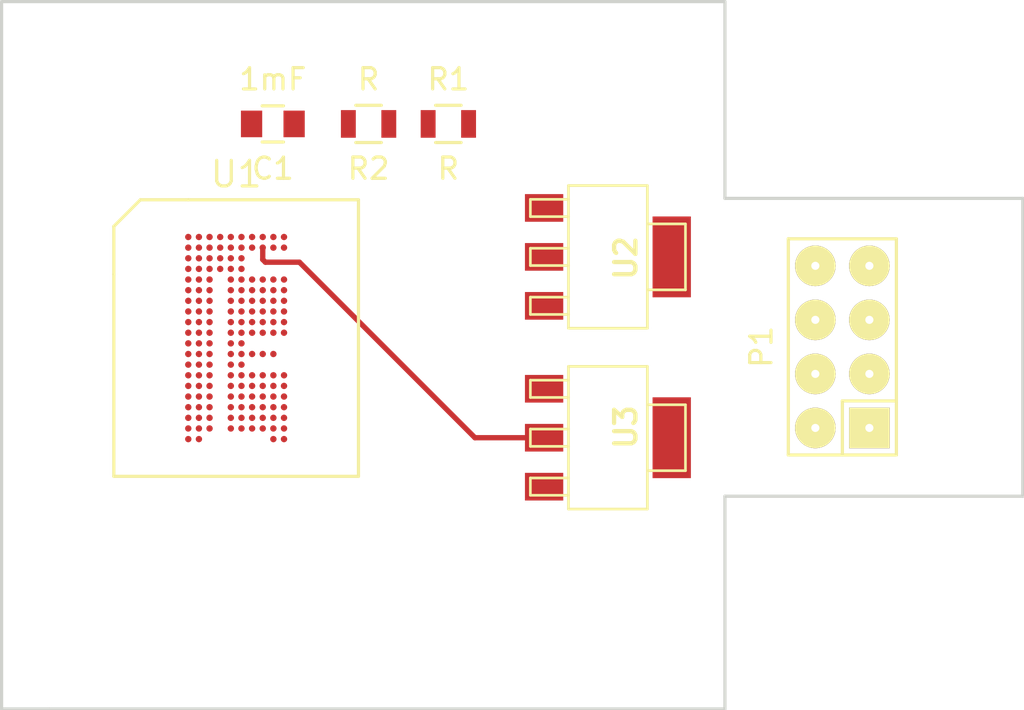
<source format=kicad_pcb>
(kicad_pcb (version 4) (host pcbnew 4.0.2-4+6225~38~ubuntu15.10.1-stable)

  (general
    (links 17)
    (no_connects 16)
    (area 152.924999 93.674999 201.075001 127.075001)
    (thickness 1.6)
    (drawings 9)
    (tracks 5)
    (zones 0)
    (modules 7)
    (nets 166)
  )

  (page A4)
  (layers
    (0 F.Cu signal)
    (31 B.Cu signal)
    (32 B.Adhes user)
    (33 F.Adhes user)
    (34 B.Paste user)
    (35 F.Paste user)
    (36 B.SilkS user)
    (37 F.SilkS user)
    (38 B.Mask user)
    (39 F.Mask user)
    (40 Dwgs.User user)
    (41 Cmts.User user)
    (42 Eco1.User user)
    (43 Eco2.User user)
    (44 Edge.Cuts user)
    (45 Margin user)
    (46 B.CrtYd user)
    (47 F.CrtYd user)
    (48 B.Fab user)
    (49 F.Fab user)
  )

  (setup
    (last_trace_width 0.25)
    (trace_clearance 0.05)
    (zone_clearance 0.508)
    (zone_45_only no)
    (trace_min 0.2)
    (segment_width 0.2)
    (edge_width 0.15)
    (via_size 0.6)
    (via_drill 0.4)
    (via_min_size 0.4)
    (via_min_drill 0.3)
    (uvia_size 0.3)
    (uvia_drill 0.1)
    (uvias_allowed no)
    (uvia_min_size 0.2)
    (uvia_min_drill 0.1)
    (pcb_text_width 0.3)
    (pcb_text_size 1.5 1.5)
    (mod_edge_width 0.15)
    (mod_text_size 1 1)
    (mod_text_width 0.15)
    (pad_size 1.905 1.905)
    (pad_drill 0.381)
    (pad_to_mask_clearance 0.2)
    (aux_axis_origin 0 0)
    (visible_elements 7FFFFFFF)
    (pcbplotparams
      (layerselection 0x00030_80000001)
      (usegerberextensions false)
      (excludeedgelayer true)
      (linewidth 0.100000)
      (plotframeref false)
      (viasonmask false)
      (mode 1)
      (useauxorigin false)
      (hpglpennumber 1)
      (hpglpenspeed 20)
      (hpglpendiameter 15)
      (hpglpenoverlay 2)
      (psnegative false)
      (psa4output false)
      (plotreference true)
      (plotvalue true)
      (plotinvisibletext false)
      (padsonsilk false)
      (subtractmaskfromsilk false)
      (outputformat 1)
      (mirror false)
      (drillshape 1)
      (scaleselection 1)
      (outputdirectory ""))
  )

  (net 0 "")
  (net 1 "Net-(U1-PadA1)")
  (net 2 "Net-(U1-PadB1)")
  (net 3 "Net-(U1-PadC1)")
  (net 4 "Net-(U1-PadD1)")
  (net 5 "Net-(U1-PadE1)")
  (net 6 "Net-(U1-PadF1)")
  (net 7 "Net-(U1-PadG1)")
  (net 8 "Net-(U1-PadH1)")
  (net 9 "Net-(U1-PadJ1)")
  (net 10 "Net-(U1-PadK1)")
  (net 11 "Net-(U1-PadL1)")
  (net 12 "Net-(U1-PadM1)")
  (net 13 "Net-(U1-PadN1)")
  (net 14 "Net-(U1-PadP1)")
  (net 15 "Net-(U1-PadR1)")
  (net 16 "Net-(U1-PadT1)")
  (net 17 "Net-(U1-PadU1)")
  (net 18 "Net-(U1-PadV1)")
  (net 19 "Net-(U1-PadW1)")
  (net 20 "Net-(U1-PadY1)")
  (net 21 "Net-(U1-PadA2)")
  (net 22 "Net-(U1-PadB2)")
  (net 23 "Net-(U1-PadC2)")
  (net 24 "Net-(U1-PadD2)")
  (net 25 "Net-(U1-PadE2)")
  (net 26 "Net-(U1-PadF2)")
  (net 27 "Net-(U1-PadG2)")
  (net 28 "Net-(U1-PadH2)")
  (net 29 "Net-(U1-PadJ2)")
  (net 30 "Net-(U1-PadK2)")
  (net 31 "Net-(U1-PadL2)")
  (net 32 "Net-(U1-PadM2)")
  (net 33 "Net-(U1-PadN2)")
  (net 34 "Net-(U1-PadP2)")
  (net 35 "Net-(U1-PadR2)")
  (net 36 "Net-(U1-PadT2)")
  (net 37 "Net-(U1-PadU2)")
  (net 38 "Net-(U1-PadV2)")
  (net 39 "Net-(U1-PadW2)")
  (net 40 "Net-(U1-PadY2)")
  (net 41 "Net-(U1-PadB3)")
  (net 42 "Net-(U1-PadC3)")
  (net 43 "Net-(U1-PadD3)")
  (net 44 "Net-(U1-PadE3)")
  (net 45 "Net-(U1-PadF3)")
  (net 46 "Net-(U1-PadG3)")
  (net 47 "Net-(U1-PadH3)")
  (net 48 "Net-(U1-PadJ3)")
  (net 49 "Net-(U1-PadK3)")
  (net 50 "Net-(U1-PadL3)")
  (net 51 "Net-(U1-PadM3)")
  (net 52 "Net-(U1-PadN3)")
  (net 53 "Net-(U1-PadP3)")
  (net 54 "Net-(U1-PadR3)")
  (net 55 "Net-(U1-PadT3)")
  (net 56 "Net-(U1-PadU3)")
  (net 57 "Net-(U1-PadV3)")
  (net 58 "Net-(U1-PadW3)")
  (net 59 "Net-(U1-PadA4)")
  (net 60 "Net-(U1-PadB4)")
  (net 61 "Net-(U1-PadC4)")
  (net 62 "Net-(U1-PadD4)")
  (net 63 "Net-(U1-PadD5)")
  (net 64 "Net-(U1-PadE5)")
  (net 65 "Net-(U1-PadF5)")
  (net 66 "Net-(U1-PadG5)")
  (net 67 "Net-(U1-PadH5)")
  (net 68 "Net-(U1-PadJ5)")
  (net 69 "Net-(U1-PadK5)")
  (net 70 "Net-(U1-PadL5)")
  (net 71 "Net-(U1-PadM5)")
  (net 72 "Net-(U1-PadN5)")
  (net 73 "Net-(U1-PadP5)")
  (net 74 "Net-(U1-PadR5)")
  (net 75 "Net-(U1-PadT5)")
  (net 76 "Net-(U1-PadU5)")
  (net 77 "Net-(U1-PadV5)")
  (net 78 "Net-(U1-PadW5)")
  (net 79 "Net-(U1-PadA6)")
  (net 80 "Net-(U1-PadB6)")
  (net 81 "Net-(U1-PadC6)")
  (net 82 "Net-(U1-PadD6)")
  (net 83 "Net-(U1-PadE6)")
  (net 84 "Net-(U1-PadF6)")
  (net 85 "Net-(U1-PadG6)")
  (net 86 "Net-(U1-PadH6)")
  (net 87 "Net-(U1-PadJ6)")
  (net 88 "Net-(U1-PadK6)")
  (net 89 "Net-(U1-PadL6)")
  (net 90 "Net-(U1-PadM6)")
  (net 91 "Net-(U1-PadN6)")
  (net 92 "Net-(U1-PadP6)")
  (net 93 "Net-(U1-PadR6)")
  (net 94 "Net-(U1-PadT6)")
  (net 95 "Net-(U1-PadU6)")
  (net 96 "Net-(U1-PadV6)")
  (net 97 "Net-(U1-PadW6)")
  (net 98 "Net-(U1-PadA7)")
  (net 99 "Net-(U1-PadB7)")
  (net 100 "Net-(U1-PadE7)")
  (net 101 "Net-(U1-PadF7)")
  (net 102 "Net-(U1-PadG7)")
  (net 103 "Net-(U1-PadH7)")
  (net 104 "Net-(U1-PadJ7)")
  (net 105 "Net-(U1-PadK7)")
  (net 106 "Net-(U1-PadM7)")
  (net 107 "Net-(U1-PadP7)")
  (net 108 "Net-(U1-PadR7)")
  (net 109 "Net-(U1-PadT7)")
  (net 110 "Net-(U1-PadU7)")
  (net 111 "Net-(U1-PadV7)")
  (net 112 "Net-(U1-PadW7)")
  (net 113 "Net-(U1-PadE8)")
  (net 114 "Net-(U1-PadF8)")
  (net 115 "Net-(U1-PadG8)")
  (net 116 "Net-(U1-PadH8)")
  (net 117 "Net-(U1-PadJ8)")
  (net 118 "Net-(U1-PadK8)")
  (net 119 "Net-(U1-PadM8)")
  (net 120 "Net-(U1-PadP8)")
  (net 121 "Net-(U1-PadR8)")
  (net 122 "Net-(U1-PadT8)")
  (net 123 "Net-(U1-PadU8)")
  (net 124 "Net-(U1-PadV8)")
  (net 125 "Net-(U1-PadW8)")
  (net 126 "Net-(U1-PadA9)")
  (net 127 "Net-(U1-PadE9)")
  (net 128 "Net-(U1-PadF9)")
  (net 129 "Net-(U1-PadG9)")
  (net 130 "Net-(U1-PadH9)")
  (net 131 "Net-(U1-PadJ9)")
  (net 132 "Net-(U1-PadK9)")
  (net 133 "Net-(U1-PadM9)")
  (net 134 "Net-(U1-PadP9)")
  (net 135 "Net-(U1-PadR9)")
  (net 136 "Net-(U1-PadT9)")
  (net 137 "Net-(U1-PadU9)")
  (net 138 "Net-(U1-PadV9)")
  (net 139 "Net-(U1-PadW9)")
  (net 140 "Net-(U1-PadY9)")
  (net 141 "Net-(U1-PadA10)")
  (net 142 "Net-(U1-PadB10)")
  (net 143 "Net-(U1-PadE10)")
  (net 144 "Net-(U1-PadF10)")
  (net 145 "Net-(U1-PadG10)")
  (net 146 "Net-(U1-PadH10)")
  (net 147 "Net-(U1-PadJ10)")
  (net 148 "Net-(U1-PadK10)")
  (net 149 "Net-(U1-PadP10)")
  (net 150 "Net-(U1-PadR10)")
  (net 151 "Net-(U1-PadT10)")
  (net 152 "Net-(U1-PadU10)")
  (net 153 "Net-(U1-PadV10)")
  (net 154 "Net-(U1-PadW10)")
  (net 155 "Net-(U1-PadY10)")
  (net 156 GND)
  (net 157 "Net-(C1-Pad2)")
  (net 158 /CLK)
  (net 159 /CMD)
  (net 160 /1.8V)
  (net 161 /DATA0)
  (net 162 /3.3V)
  (net 163 "Net-(P1-Pad2)")
  (net 164 "Net-(P1-Pad1)")
  (net 165 "Net-(P1-Pad3)")

  (net_class Default "This is the default net class."
    (clearance 0.05)
    (trace_width 0.25)
    (via_dia 0.6)
    (via_drill 0.4)
    (uvia_dia 0.3)
    (uvia_drill 0.1)
    (add_net /1.8V)
    (add_net /3.3V)
    (add_net /CLK)
    (add_net /CMD)
    (add_net /DATA0)
    (add_net GND)
    (add_net "Net-(C1-Pad2)")
    (add_net "Net-(P1-Pad1)")
    (add_net "Net-(P1-Pad2)")
    (add_net "Net-(P1-Pad3)")
    (add_net "Net-(U1-PadA1)")
    (add_net "Net-(U1-PadA10)")
    (add_net "Net-(U1-PadA2)")
    (add_net "Net-(U1-PadA4)")
    (add_net "Net-(U1-PadA6)")
    (add_net "Net-(U1-PadA7)")
    (add_net "Net-(U1-PadA9)")
    (add_net "Net-(U1-PadB1)")
    (add_net "Net-(U1-PadB10)")
    (add_net "Net-(U1-PadB2)")
    (add_net "Net-(U1-PadB3)")
    (add_net "Net-(U1-PadB4)")
    (add_net "Net-(U1-PadB6)")
    (add_net "Net-(U1-PadB7)")
    (add_net "Net-(U1-PadC1)")
    (add_net "Net-(U1-PadC2)")
    (add_net "Net-(U1-PadC3)")
    (add_net "Net-(U1-PadC4)")
    (add_net "Net-(U1-PadC6)")
    (add_net "Net-(U1-PadD1)")
    (add_net "Net-(U1-PadD2)")
    (add_net "Net-(U1-PadD3)")
    (add_net "Net-(U1-PadD4)")
    (add_net "Net-(U1-PadD5)")
    (add_net "Net-(U1-PadD6)")
    (add_net "Net-(U1-PadE1)")
    (add_net "Net-(U1-PadE10)")
    (add_net "Net-(U1-PadE2)")
    (add_net "Net-(U1-PadE3)")
    (add_net "Net-(U1-PadE5)")
    (add_net "Net-(U1-PadE6)")
    (add_net "Net-(U1-PadE7)")
    (add_net "Net-(U1-PadE8)")
    (add_net "Net-(U1-PadE9)")
    (add_net "Net-(U1-PadF1)")
    (add_net "Net-(U1-PadF10)")
    (add_net "Net-(U1-PadF2)")
    (add_net "Net-(U1-PadF3)")
    (add_net "Net-(U1-PadF5)")
    (add_net "Net-(U1-PadF6)")
    (add_net "Net-(U1-PadF7)")
    (add_net "Net-(U1-PadF8)")
    (add_net "Net-(U1-PadF9)")
    (add_net "Net-(U1-PadG1)")
    (add_net "Net-(U1-PadG10)")
    (add_net "Net-(U1-PadG2)")
    (add_net "Net-(U1-PadG3)")
    (add_net "Net-(U1-PadG5)")
    (add_net "Net-(U1-PadG6)")
    (add_net "Net-(U1-PadG7)")
    (add_net "Net-(U1-PadG8)")
    (add_net "Net-(U1-PadG9)")
    (add_net "Net-(U1-PadH1)")
    (add_net "Net-(U1-PadH10)")
    (add_net "Net-(U1-PadH2)")
    (add_net "Net-(U1-PadH3)")
    (add_net "Net-(U1-PadH5)")
    (add_net "Net-(U1-PadH6)")
    (add_net "Net-(U1-PadH7)")
    (add_net "Net-(U1-PadH8)")
    (add_net "Net-(U1-PadH9)")
    (add_net "Net-(U1-PadJ1)")
    (add_net "Net-(U1-PadJ10)")
    (add_net "Net-(U1-PadJ2)")
    (add_net "Net-(U1-PadJ3)")
    (add_net "Net-(U1-PadJ5)")
    (add_net "Net-(U1-PadJ6)")
    (add_net "Net-(U1-PadJ7)")
    (add_net "Net-(U1-PadJ8)")
    (add_net "Net-(U1-PadJ9)")
    (add_net "Net-(U1-PadK1)")
    (add_net "Net-(U1-PadK10)")
    (add_net "Net-(U1-PadK2)")
    (add_net "Net-(U1-PadK3)")
    (add_net "Net-(U1-PadK5)")
    (add_net "Net-(U1-PadK6)")
    (add_net "Net-(U1-PadK7)")
    (add_net "Net-(U1-PadK8)")
    (add_net "Net-(U1-PadK9)")
    (add_net "Net-(U1-PadL1)")
    (add_net "Net-(U1-PadL2)")
    (add_net "Net-(U1-PadL3)")
    (add_net "Net-(U1-PadL5)")
    (add_net "Net-(U1-PadL6)")
    (add_net "Net-(U1-PadM1)")
    (add_net "Net-(U1-PadM2)")
    (add_net "Net-(U1-PadM3)")
    (add_net "Net-(U1-PadM5)")
    (add_net "Net-(U1-PadM6)")
    (add_net "Net-(U1-PadM7)")
    (add_net "Net-(U1-PadM8)")
    (add_net "Net-(U1-PadM9)")
    (add_net "Net-(U1-PadN1)")
    (add_net "Net-(U1-PadN2)")
    (add_net "Net-(U1-PadN3)")
    (add_net "Net-(U1-PadN5)")
    (add_net "Net-(U1-PadN6)")
    (add_net "Net-(U1-PadP1)")
    (add_net "Net-(U1-PadP10)")
    (add_net "Net-(U1-PadP2)")
    (add_net "Net-(U1-PadP3)")
    (add_net "Net-(U1-PadP5)")
    (add_net "Net-(U1-PadP6)")
    (add_net "Net-(U1-PadP7)")
    (add_net "Net-(U1-PadP8)")
    (add_net "Net-(U1-PadP9)")
    (add_net "Net-(U1-PadR1)")
    (add_net "Net-(U1-PadR10)")
    (add_net "Net-(U1-PadR2)")
    (add_net "Net-(U1-PadR3)")
    (add_net "Net-(U1-PadR5)")
    (add_net "Net-(U1-PadR6)")
    (add_net "Net-(U1-PadR7)")
    (add_net "Net-(U1-PadR8)")
    (add_net "Net-(U1-PadR9)")
    (add_net "Net-(U1-PadT1)")
    (add_net "Net-(U1-PadT10)")
    (add_net "Net-(U1-PadT2)")
    (add_net "Net-(U1-PadT3)")
    (add_net "Net-(U1-PadT5)")
    (add_net "Net-(U1-PadT6)")
    (add_net "Net-(U1-PadT7)")
    (add_net "Net-(U1-PadT8)")
    (add_net "Net-(U1-PadT9)")
    (add_net "Net-(U1-PadU1)")
    (add_net "Net-(U1-PadU10)")
    (add_net "Net-(U1-PadU2)")
    (add_net "Net-(U1-PadU3)")
    (add_net "Net-(U1-PadU5)")
    (add_net "Net-(U1-PadU6)")
    (add_net "Net-(U1-PadU7)")
    (add_net "Net-(U1-PadU8)")
    (add_net "Net-(U1-PadU9)")
    (add_net "Net-(U1-PadV1)")
    (add_net "Net-(U1-PadV10)")
    (add_net "Net-(U1-PadV2)")
    (add_net "Net-(U1-PadV3)")
    (add_net "Net-(U1-PadV5)")
    (add_net "Net-(U1-PadV6)")
    (add_net "Net-(U1-PadV7)")
    (add_net "Net-(U1-PadV8)")
    (add_net "Net-(U1-PadV9)")
    (add_net "Net-(U1-PadW1)")
    (add_net "Net-(U1-PadW10)")
    (add_net "Net-(U1-PadW2)")
    (add_net "Net-(U1-PadW3)")
    (add_net "Net-(U1-PadW5)")
    (add_net "Net-(U1-PadW6)")
    (add_net "Net-(U1-PadW7)")
    (add_net "Net-(U1-PadW8)")
    (add_net "Net-(U1-PadW9)")
    (add_net "Net-(U1-PadY1)")
    (add_net "Net-(U1-PadY10)")
    (add_net "Net-(U1-PadY2)")
    (add_net "Net-(U1-PadY9)")
  )

  (module bga:BGA_162 (layer F.Cu) (tedit 56CD631F) (tstamp 56D4AAEB)
    (at 164.025001 109.565)
    (path /56D5039B)
    (fp_text reference U1 (at 0 -7.7) (layer F.SilkS)
      (effects (font (size 1.2 1.2) (thickness 0.15)))
    )
    (fp_text value KMKJS000VM (at 0 7.7) (layer F.Fab)
      (effects (font (size 1.2 1.2) (thickness 0.15)))
    )
    (fp_line (start -5.75 -3) (end -5.75 -5.25) (layer F.SilkS) (width 0.15))
    (fp_line (start -5.75 -5.25) (end -4.5 -6.5) (layer F.SilkS) (width 0.15))
    (fp_line (start -4.5 -6.5) (end -2.25 -6.5) (layer F.SilkS) (width 0.15))
    (fp_line (start -5.75 -3) (end -5.75 6.5) (layer F.SilkS) (width 0.15))
    (fp_line (start -5.75 6.5) (end 5.75 6.5) (layer F.SilkS) (width 0.15))
    (fp_line (start 5.75 6.5) (end 5.75 -6.5) (layer F.SilkS) (width 0.15))
    (fp_line (start 5.75 -6.5) (end -2.25 -6.5) (layer F.SilkS) (width 0.15))
    (fp_line (start -5.9 -6.65) (end 5.9 -6.65) (layer F.CrtYd) (width 0.15))
    (fp_line (start 5.9 -6.65) (end 5.9 6.65) (layer F.CrtYd) (width 0.15))
    (fp_line (start 5.9 6.65) (end -5.9 6.65) (layer F.CrtYd) (width 0.15))
    (fp_line (start -5.9 6.65) (end -5.9 -6.65) (layer F.CrtYd) (width 0.15))
    (pad A1 smd circle (at -2.25 -4.75) (size 0.3 0.3) (layers F.Cu F.Paste F.Mask)
      (net 1 "Net-(U1-PadA1)"))
    (pad B1 smd circle (at -2.25 -4.25) (size 0.3 0.3) (layers F.Cu F.Paste F.Mask)
      (net 2 "Net-(U1-PadB1)"))
    (pad C1 smd circle (at -2.25 -3.75) (size 0.3 0.3) (layers F.Cu F.Paste F.Mask)
      (net 3 "Net-(U1-PadC1)"))
    (pad D1 smd circle (at -2.25 -3.25) (size 0.3 0.3) (layers F.Cu F.Paste F.Mask)
      (net 4 "Net-(U1-PadD1)"))
    (pad E1 smd circle (at -2.25 -2.75) (size 0.3 0.3) (layers F.Cu F.Paste F.Mask)
      (net 5 "Net-(U1-PadE1)"))
    (pad F1 smd circle (at -2.25 -2.25) (size 0.3 0.3) (layers F.Cu F.Paste F.Mask)
      (net 6 "Net-(U1-PadF1)"))
    (pad G1 smd circle (at -2.25 -1.75) (size 0.3 0.3) (layers F.Cu F.Paste F.Mask)
      (net 7 "Net-(U1-PadG1)"))
    (pad H1 smd circle (at -2.25 -1.25) (size 0.3 0.3) (layers F.Cu F.Paste F.Mask)
      (net 8 "Net-(U1-PadH1)"))
    (pad J1 smd circle (at -2.25 -0.75) (size 0.3 0.3) (layers F.Cu F.Paste F.Mask)
      (net 9 "Net-(U1-PadJ1)"))
    (pad K1 smd circle (at -2.25 -0.25) (size 0.3 0.3) (layers F.Cu F.Paste F.Mask)
      (net 10 "Net-(U1-PadK1)"))
    (pad L1 smd circle (at -2.25 0.25) (size 0.3 0.3) (layers F.Cu F.Paste F.Mask)
      (net 11 "Net-(U1-PadL1)"))
    (pad M1 smd circle (at -2.25 0.75) (size 0.3 0.3) (layers F.Cu F.Paste F.Mask)
      (net 12 "Net-(U1-PadM1)"))
    (pad N1 smd circle (at -2.25 1.25) (size 0.3 0.3) (layers F.Cu F.Paste F.Mask)
      (net 13 "Net-(U1-PadN1)"))
    (pad P1 smd circle (at -2.25 1.75) (size 0.3 0.3) (layers F.Cu F.Paste F.Mask)
      (net 14 "Net-(U1-PadP1)"))
    (pad R1 smd circle (at -2.25 2.25) (size 0.3 0.3) (layers F.Cu F.Paste F.Mask)
      (net 15 "Net-(U1-PadR1)"))
    (pad T1 smd circle (at -2.25 2.75) (size 0.3 0.3) (layers F.Cu F.Paste F.Mask)
      (net 16 "Net-(U1-PadT1)"))
    (pad U1 smd circle (at -2.25 3.25) (size 0.3 0.3) (layers F.Cu F.Paste F.Mask)
      (net 17 "Net-(U1-PadU1)"))
    (pad V1 smd circle (at -2.25 3.75) (size 0.3 0.3) (layers F.Cu F.Paste F.Mask)
      (net 18 "Net-(U1-PadV1)"))
    (pad W1 smd circle (at -2.25 4.25) (size 0.3 0.3) (layers F.Cu F.Paste F.Mask)
      (net 19 "Net-(U1-PadW1)"))
    (pad Y1 smd circle (at -2.25 4.75) (size 0.3 0.3) (layers F.Cu F.Paste F.Mask)
      (net 20 "Net-(U1-PadY1)"))
    (pad A2 smd circle (at -1.75 -4.75) (size 0.3 0.3) (layers F.Cu F.Paste F.Mask)
      (net 21 "Net-(U1-PadA2)"))
    (pad B2 smd circle (at -1.75 -4.25) (size 0.3 0.3) (layers F.Cu F.Paste F.Mask)
      (net 22 "Net-(U1-PadB2)"))
    (pad C2 smd circle (at -1.75 -3.75) (size 0.3 0.3) (layers F.Cu F.Paste F.Mask)
      (net 23 "Net-(U1-PadC2)"))
    (pad D2 smd circle (at -1.75 -3.25) (size 0.3 0.3) (layers F.Cu F.Paste F.Mask)
      (net 24 "Net-(U1-PadD2)"))
    (pad E2 smd circle (at -1.75 -2.75) (size 0.3 0.3) (layers F.Cu F.Paste F.Mask)
      (net 25 "Net-(U1-PadE2)"))
    (pad F2 smd circle (at -1.75 -2.25) (size 0.3 0.3) (layers F.Cu F.Paste F.Mask)
      (net 26 "Net-(U1-PadF2)"))
    (pad G2 smd circle (at -1.75 -1.75) (size 0.3 0.3) (layers F.Cu F.Paste F.Mask)
      (net 27 "Net-(U1-PadG2)"))
    (pad H2 smd circle (at -1.75 -1.25) (size 0.3 0.3) (layers F.Cu F.Paste F.Mask)
      (net 28 "Net-(U1-PadH2)"))
    (pad J2 smd circle (at -1.75 -0.75) (size 0.3 0.3) (layers F.Cu F.Paste F.Mask)
      (net 29 "Net-(U1-PadJ2)"))
    (pad K2 smd circle (at -1.75 -0.25) (size 0.3 0.3) (layers F.Cu F.Paste F.Mask)
      (net 30 "Net-(U1-PadK2)"))
    (pad L2 smd circle (at -1.75 0.25) (size 0.3 0.3) (layers F.Cu F.Paste F.Mask)
      (net 31 "Net-(U1-PadL2)"))
    (pad M2 smd circle (at -1.75 0.75) (size 0.3 0.3) (layers F.Cu F.Paste F.Mask)
      (net 32 "Net-(U1-PadM2)"))
    (pad N2 smd circle (at -1.75 1.25) (size 0.3 0.3) (layers F.Cu F.Paste F.Mask)
      (net 33 "Net-(U1-PadN2)"))
    (pad P2 smd circle (at -1.75 1.75) (size 0.3 0.3) (layers F.Cu F.Paste F.Mask)
      (net 34 "Net-(U1-PadP2)"))
    (pad R2 smd circle (at -1.75 2.25) (size 0.3 0.3) (layers F.Cu F.Paste F.Mask)
      (net 35 "Net-(U1-PadR2)"))
    (pad T2 smd circle (at -1.75 2.75) (size 0.3 0.3) (layers F.Cu F.Paste F.Mask)
      (net 36 "Net-(U1-PadT2)"))
    (pad U2 smd circle (at -1.75 3.25) (size 0.3 0.3) (layers F.Cu F.Paste F.Mask)
      (net 37 "Net-(U1-PadU2)"))
    (pad V2 smd circle (at -1.75 3.75) (size 0.3 0.3) (layers F.Cu F.Paste F.Mask)
      (net 38 "Net-(U1-PadV2)"))
    (pad W2 smd circle (at -1.75 4.25) (size 0.3 0.3) (layers F.Cu F.Paste F.Mask)
      (net 39 "Net-(U1-PadW2)"))
    (pad Y2 smd circle (at -1.75 4.75) (size 0.3 0.3) (layers F.Cu F.Paste F.Mask)
      (net 40 "Net-(U1-PadY2)"))
    (pad A3 smd circle (at -1.25 -4.75) (size 0.3 0.3) (layers F.Cu F.Paste F.Mask)
      (net 161 /DATA0))
    (pad B3 smd circle (at -1.25 -4.25) (size 0.3 0.3) (layers F.Cu F.Paste F.Mask)
      (net 41 "Net-(U1-PadB3)"))
    (pad C3 smd circle (at -1.25 -3.75) (size 0.3 0.3) (layers F.Cu F.Paste F.Mask)
      (net 42 "Net-(U1-PadC3)"))
    (pad D3 smd circle (at -1.25 -3.25) (size 0.3 0.3) (layers F.Cu F.Paste F.Mask)
      (net 43 "Net-(U1-PadD3)"))
    (pad E3 smd circle (at -1.25 -2.75) (size 0.3 0.3) (layers F.Cu F.Paste F.Mask)
      (net 44 "Net-(U1-PadE3)"))
    (pad F3 smd circle (at -1.25 -2.25) (size 0.3 0.3) (layers F.Cu F.Paste F.Mask)
      (net 45 "Net-(U1-PadF3)"))
    (pad G3 smd circle (at -1.25 -1.75) (size 0.3 0.3) (layers F.Cu F.Paste F.Mask)
      (net 46 "Net-(U1-PadG3)"))
    (pad H3 smd circle (at -1.25 -1.25) (size 0.3 0.3) (layers F.Cu F.Paste F.Mask)
      (net 47 "Net-(U1-PadH3)"))
    (pad J3 smd circle (at -1.25 -0.75) (size 0.3 0.3) (layers F.Cu F.Paste F.Mask)
      (net 48 "Net-(U1-PadJ3)"))
    (pad K3 smd circle (at -1.25 -0.25) (size 0.3 0.3) (layers F.Cu F.Paste F.Mask)
      (net 49 "Net-(U1-PadK3)"))
    (pad L3 smd circle (at -1.25 0.25) (size 0.3 0.3) (layers F.Cu F.Paste F.Mask)
      (net 50 "Net-(U1-PadL3)"))
    (pad M3 smd circle (at -1.25 0.75) (size 0.3 0.3) (layers F.Cu F.Paste F.Mask)
      (net 51 "Net-(U1-PadM3)"))
    (pad N3 smd circle (at -1.25 1.25) (size 0.3 0.3) (layers F.Cu F.Paste F.Mask)
      (net 52 "Net-(U1-PadN3)"))
    (pad P3 smd circle (at -1.25 1.75) (size 0.3 0.3) (layers F.Cu F.Paste F.Mask)
      (net 53 "Net-(U1-PadP3)"))
    (pad R3 smd circle (at -1.25 2.25) (size 0.3 0.3) (layers F.Cu F.Paste F.Mask)
      (net 54 "Net-(U1-PadR3)"))
    (pad T3 smd circle (at -1.25 2.75) (size 0.3 0.3) (layers F.Cu F.Paste F.Mask)
      (net 55 "Net-(U1-PadT3)"))
    (pad U3 smd circle (at -1.25 3.25) (size 0.3 0.3) (layers F.Cu F.Paste F.Mask)
      (net 56 "Net-(U1-PadU3)"))
    (pad V3 smd circle (at -1.25 3.75) (size 0.3 0.3) (layers F.Cu F.Paste F.Mask)
      (net 57 "Net-(U1-PadV3)"))
    (pad W3 smd circle (at -1.25 4.25) (size 0.3 0.3) (layers F.Cu F.Paste F.Mask)
      (net 58 "Net-(U1-PadW3)"))
    (pad A4 smd circle (at -0.75 -4.75) (size 0.3 0.3) (layers F.Cu F.Paste F.Mask)
      (net 59 "Net-(U1-PadA4)"))
    (pad B4 smd circle (at -0.75 -4.25) (size 0.3 0.3) (layers F.Cu F.Paste F.Mask)
      (net 60 "Net-(U1-PadB4)"))
    (pad C4 smd circle (at -0.75 -3.75) (size 0.3 0.3) (layers F.Cu F.Paste F.Mask)
      (net 61 "Net-(U1-PadC4)"))
    (pad D4 smd circle (at -0.75 -3.25) (size 0.3 0.3) (layers F.Cu F.Paste F.Mask)
      (net 62 "Net-(U1-PadD4)"))
    (pad A5 smd circle (at -0.25 -4.75) (size 0.3 0.3) (layers F.Cu F.Paste F.Mask)
      (net 157 "Net-(C1-Pad2)"))
    (pad B5 smd circle (at -0.25 -4.25) (size 0.3 0.3) (layers F.Cu F.Paste F.Mask)
      (net 158 /CLK))
    (pad C5 smd circle (at -0.25 -3.75) (size 0.3 0.3) (layers F.Cu F.Paste F.Mask)
      (net 159 /CMD))
    (pad D5 smd circle (at -0.25 -3.25) (size 0.3 0.3) (layers F.Cu F.Paste F.Mask)
      (net 63 "Net-(U1-PadD5)"))
    (pad E5 smd circle (at -0.25 -2.75) (size 0.3 0.3) (layers F.Cu F.Paste F.Mask)
      (net 64 "Net-(U1-PadE5)"))
    (pad F5 smd circle (at -0.25 -2.25) (size 0.3 0.3) (layers F.Cu F.Paste F.Mask)
      (net 65 "Net-(U1-PadF5)"))
    (pad G5 smd circle (at -0.25 -1.75) (size 0.3 0.3) (layers F.Cu F.Paste F.Mask)
      (net 66 "Net-(U1-PadG5)"))
    (pad H5 smd circle (at -0.25 -1.25) (size 0.3 0.3) (layers F.Cu F.Paste F.Mask)
      (net 67 "Net-(U1-PadH5)"))
    (pad J5 smd circle (at -0.25 -0.75) (size 0.3 0.3) (layers F.Cu F.Paste F.Mask)
      (net 68 "Net-(U1-PadJ5)"))
    (pad K5 smd circle (at -0.25 -0.25) (size 0.3 0.3) (layers F.Cu F.Paste F.Mask)
      (net 69 "Net-(U1-PadK5)"))
    (pad L5 smd circle (at -0.25 0.25) (size 0.3 0.3) (layers F.Cu F.Paste F.Mask)
      (net 70 "Net-(U1-PadL5)"))
    (pad M5 smd circle (at -0.25 0.75) (size 0.3 0.3) (layers F.Cu F.Paste F.Mask)
      (net 71 "Net-(U1-PadM5)"))
    (pad N5 smd circle (at -0.25 1.25) (size 0.3 0.3) (layers F.Cu F.Paste F.Mask)
      (net 72 "Net-(U1-PadN5)"))
    (pad P5 smd circle (at -0.25 1.75) (size 0.3 0.3) (layers F.Cu F.Paste F.Mask)
      (net 73 "Net-(U1-PadP5)"))
    (pad R5 smd circle (at -0.25 2.25) (size 0.3 0.3) (layers F.Cu F.Paste F.Mask)
      (net 74 "Net-(U1-PadR5)"))
    (pad T5 smd circle (at -0.25 2.75) (size 0.3 0.3) (layers F.Cu F.Paste F.Mask)
      (net 75 "Net-(U1-PadT5)"))
    (pad U5 smd circle (at -0.25 3.25) (size 0.3 0.3) (layers F.Cu F.Paste F.Mask)
      (net 76 "Net-(U1-PadU5)"))
    (pad V5 smd circle (at -0.25 3.75) (size 0.3 0.3) (layers F.Cu F.Paste F.Mask)
      (net 77 "Net-(U1-PadV5)"))
    (pad W5 smd circle (at -0.25 4.25) (size 0.3 0.3) (layers F.Cu F.Paste F.Mask)
      (net 78 "Net-(U1-PadW5)"))
    (pad A6 smd circle (at 0.25 -4.75) (size 0.3 0.3) (layers F.Cu F.Paste F.Mask)
      (net 79 "Net-(U1-PadA6)"))
    (pad B6 smd circle (at 0.25 -4.25) (size 0.3 0.3) (layers F.Cu F.Paste F.Mask)
      (net 80 "Net-(U1-PadB6)"))
    (pad C6 smd circle (at 0.25 -3.75) (size 0.3 0.3) (layers F.Cu F.Paste F.Mask)
      (net 81 "Net-(U1-PadC6)"))
    (pad D6 smd circle (at 0.25 -3.25) (size 0.3 0.3) (layers F.Cu F.Paste F.Mask)
      (net 82 "Net-(U1-PadD6)"))
    (pad E6 smd circle (at 0.25 -2.75) (size 0.3 0.3) (layers F.Cu F.Paste F.Mask)
      (net 83 "Net-(U1-PadE6)"))
    (pad F6 smd circle (at 0.25 -2.25) (size 0.3 0.3) (layers F.Cu F.Paste F.Mask)
      (net 84 "Net-(U1-PadF6)"))
    (pad G6 smd circle (at 0.25 -1.75) (size 0.3 0.3) (layers F.Cu F.Paste F.Mask)
      (net 85 "Net-(U1-PadG6)"))
    (pad H6 smd circle (at 0.25 -1.25) (size 0.3 0.3) (layers F.Cu F.Paste F.Mask)
      (net 86 "Net-(U1-PadH6)"))
    (pad J6 smd circle (at 0.25 -0.75) (size 0.3 0.3) (layers F.Cu F.Paste F.Mask)
      (net 87 "Net-(U1-PadJ6)"))
    (pad K6 smd circle (at 0.25 -0.25) (size 0.3 0.3) (layers F.Cu F.Paste F.Mask)
      (net 88 "Net-(U1-PadK6)"))
    (pad L6 smd circle (at 0.25 0.25) (size 0.3 0.3) (layers F.Cu F.Paste F.Mask)
      (net 89 "Net-(U1-PadL6)"))
    (pad M6 smd circle (at 0.25 0.75) (size 0.3 0.3) (layers F.Cu F.Paste F.Mask)
      (net 90 "Net-(U1-PadM6)"))
    (pad N6 smd circle (at 0.25 1.25) (size 0.3 0.3) (layers F.Cu F.Paste F.Mask)
      (net 91 "Net-(U1-PadN6)"))
    (pad P6 smd circle (at 0.25 1.75) (size 0.3 0.3) (layers F.Cu F.Paste F.Mask)
      (net 92 "Net-(U1-PadP6)"))
    (pad R6 smd circle (at 0.25 2.25) (size 0.3 0.3) (layers F.Cu F.Paste F.Mask)
      (net 93 "Net-(U1-PadR6)"))
    (pad T6 smd circle (at 0.25 2.75) (size 0.3 0.3) (layers F.Cu F.Paste F.Mask)
      (net 94 "Net-(U1-PadT6)"))
    (pad U6 smd circle (at 0.25 3.25) (size 0.3 0.3) (layers F.Cu F.Paste F.Mask)
      (net 95 "Net-(U1-PadU6)"))
    (pad V6 smd circle (at 0.25 3.75) (size 0.3 0.3) (layers F.Cu F.Paste F.Mask)
      (net 96 "Net-(U1-PadV6)"))
    (pad W6 smd circle (at 0.25 4.25) (size 0.3 0.3) (layers F.Cu F.Paste F.Mask)
      (net 97 "Net-(U1-PadW6)"))
    (pad A7 smd circle (at 0.75 -4.75) (size 0.3 0.3) (layers F.Cu F.Paste F.Mask)
      (net 98 "Net-(U1-PadA7)"))
    (pad B7 smd circle (at 0.75 -4.25) (size 0.3 0.3) (layers F.Cu F.Paste F.Mask)
      (net 99 "Net-(U1-PadB7)"))
    (pad E7 smd circle (at 0.75 -2.75) (size 0.3 0.3) (layers F.Cu F.Paste F.Mask)
      (net 100 "Net-(U1-PadE7)"))
    (pad F7 smd circle (at 0.75 -2.25) (size 0.3 0.3) (layers F.Cu F.Paste F.Mask)
      (net 101 "Net-(U1-PadF7)"))
    (pad G7 smd circle (at 0.75 -1.75) (size 0.3 0.3) (layers F.Cu F.Paste F.Mask)
      (net 102 "Net-(U1-PadG7)"))
    (pad H7 smd circle (at 0.75 -1.25) (size 0.3 0.3) (layers F.Cu F.Paste F.Mask)
      (net 103 "Net-(U1-PadH7)"))
    (pad J7 smd circle (at 0.75 -0.75) (size 0.3 0.3) (layers F.Cu F.Paste F.Mask)
      (net 104 "Net-(U1-PadJ7)"))
    (pad K7 smd circle (at 0.75 -0.25) (size 0.3 0.3) (layers F.Cu F.Paste F.Mask)
      (net 105 "Net-(U1-PadK7)"))
    (pad M7 smd circle (at 0.75 0.75) (size 0.3 0.3) (layers F.Cu F.Paste F.Mask)
      (net 106 "Net-(U1-PadM7)"))
    (pad P7 smd circle (at 0.75 1.75) (size 0.3 0.3) (layers F.Cu F.Paste F.Mask)
      (net 107 "Net-(U1-PadP7)"))
    (pad R7 smd circle (at 0.75 2.25) (size 0.3 0.3) (layers F.Cu F.Paste F.Mask)
      (net 108 "Net-(U1-PadR7)"))
    (pad T7 smd circle (at 0.75 2.75) (size 0.3 0.3) (layers F.Cu F.Paste F.Mask)
      (net 109 "Net-(U1-PadT7)"))
    (pad U7 smd circle (at 0.75 3.25) (size 0.3 0.3) (layers F.Cu F.Paste F.Mask)
      (net 110 "Net-(U1-PadU7)"))
    (pad V7 smd circle (at 0.75 3.75) (size 0.3 0.3) (layers F.Cu F.Paste F.Mask)
      (net 111 "Net-(U1-PadV7)"))
    (pad W7 smd circle (at 0.75 4.25) (size 0.3 0.3) (layers F.Cu F.Paste F.Mask)
      (net 112 "Net-(U1-PadW7)"))
    (pad A8 smd circle (at 1.25 -4.75) (size 0.3 0.3) (layers F.Cu F.Paste F.Mask)
      (net 162 /3.3V))
    (pad B8 smd circle (at 1.25 -4.25) (size 0.3 0.3) (layers F.Cu F.Paste F.Mask)
      (net 160 /1.8V))
    (pad E8 smd circle (at 1.25 -2.75) (size 0.3 0.3) (layers F.Cu F.Paste F.Mask)
      (net 113 "Net-(U1-PadE8)"))
    (pad F8 smd circle (at 1.25 -2.25) (size 0.3 0.3) (layers F.Cu F.Paste F.Mask)
      (net 114 "Net-(U1-PadF8)"))
    (pad G8 smd circle (at 1.25 -1.75) (size 0.3 0.3) (layers F.Cu F.Paste F.Mask)
      (net 115 "Net-(U1-PadG8)"))
    (pad H8 smd circle (at 1.25 -1.25) (size 0.3 0.3) (layers F.Cu F.Paste F.Mask)
      (net 116 "Net-(U1-PadH8)"))
    (pad J8 smd circle (at 1.25 -0.75) (size 0.3 0.3) (layers F.Cu F.Paste F.Mask)
      (net 117 "Net-(U1-PadJ8)"))
    (pad K8 smd circle (at 1.25 -0.25) (size 0.3 0.3) (layers F.Cu F.Paste F.Mask)
      (net 118 "Net-(U1-PadK8)"))
    (pad M8 smd circle (at 1.25 0.75) (size 0.3 0.3) (layers F.Cu F.Paste F.Mask)
      (net 119 "Net-(U1-PadM8)"))
    (pad P8 smd circle (at 1.25 1.75) (size 0.3 0.3) (layers F.Cu F.Paste F.Mask)
      (net 120 "Net-(U1-PadP8)"))
    (pad R8 smd circle (at 1.25 2.25) (size 0.3 0.3) (layers F.Cu F.Paste F.Mask)
      (net 121 "Net-(U1-PadR8)"))
    (pad T8 smd circle (at 1.25 2.75) (size 0.3 0.3) (layers F.Cu F.Paste F.Mask)
      (net 122 "Net-(U1-PadT8)"))
    (pad U8 smd circle (at 1.25 3.25) (size 0.3 0.3) (layers F.Cu F.Paste F.Mask)
      (net 123 "Net-(U1-PadU8)"))
    (pad V8 smd circle (at 1.25 3.75) (size 0.3 0.3) (layers F.Cu F.Paste F.Mask)
      (net 124 "Net-(U1-PadV8)"))
    (pad W8 smd circle (at 1.25 4.25) (size 0.3 0.3) (layers F.Cu F.Paste F.Mask)
      (net 125 "Net-(U1-PadW8)"))
    (pad A9 smd circle (at 1.75 -4.75) (size 0.3 0.3) (layers F.Cu F.Paste F.Mask)
      (net 126 "Net-(U1-PadA9)"))
    (pad B9 smd circle (at 1.75 -4.25) (size 0.3 0.3) (layers F.Cu F.Paste F.Mask)
      (net 156 GND))
    (pad E9 smd circle (at 1.75 -2.75) (size 0.3 0.3) (layers F.Cu F.Paste F.Mask)
      (net 127 "Net-(U1-PadE9)"))
    (pad F9 smd circle (at 1.75 -2.25) (size 0.3 0.3) (layers F.Cu F.Paste F.Mask)
      (net 128 "Net-(U1-PadF9)"))
    (pad G9 smd circle (at 1.75 -1.75) (size 0.3 0.3) (layers F.Cu F.Paste F.Mask)
      (net 129 "Net-(U1-PadG9)"))
    (pad H9 smd circle (at 1.75 -1.25) (size 0.3 0.3) (layers F.Cu F.Paste F.Mask)
      (net 130 "Net-(U1-PadH9)"))
    (pad J9 smd circle (at 1.75 -0.75) (size 0.3 0.3) (layers F.Cu F.Paste F.Mask)
      (net 131 "Net-(U1-PadJ9)"))
    (pad K9 smd circle (at 1.75 -0.25) (size 0.3 0.3) (layers F.Cu F.Paste F.Mask)
      (net 132 "Net-(U1-PadK9)"))
    (pad M9 smd circle (at 1.75 0.75) (size 0.3 0.3) (layers F.Cu F.Paste F.Mask)
      (net 133 "Net-(U1-PadM9)"))
    (pad P9 smd circle (at 1.75 1.75) (size 0.3 0.3) (layers F.Cu F.Paste F.Mask)
      (net 134 "Net-(U1-PadP9)"))
    (pad R9 smd circle (at 1.75 2.25) (size 0.3 0.3) (layers F.Cu F.Paste F.Mask)
      (net 135 "Net-(U1-PadR9)"))
    (pad T9 smd circle (at 1.75 2.75) (size 0.3 0.3) (layers F.Cu F.Paste F.Mask)
      (net 136 "Net-(U1-PadT9)"))
    (pad U9 smd circle (at 1.75 3.25) (size 0.3 0.3) (layers F.Cu F.Paste F.Mask)
      (net 137 "Net-(U1-PadU9)"))
    (pad V9 smd circle (at 1.75 3.75) (size 0.3 0.3) (layers F.Cu F.Paste F.Mask)
      (net 138 "Net-(U1-PadV9)"))
    (pad W9 smd circle (at 1.75 4.25) (size 0.3 0.3) (layers F.Cu F.Paste F.Mask)
      (net 139 "Net-(U1-PadW9)"))
    (pad Y9 smd circle (at 1.75 4.75) (size 0.3 0.3) (layers F.Cu F.Paste F.Mask)
      (net 140 "Net-(U1-PadY9)"))
    (pad A10 smd circle (at 2.25 -4.75) (size 0.3 0.3) (layers F.Cu F.Paste F.Mask)
      (net 141 "Net-(U1-PadA10)"))
    (pad B10 smd circle (at 2.25 -4.25) (size 0.3 0.3) (layers F.Cu F.Paste F.Mask)
      (net 142 "Net-(U1-PadB10)"))
    (pad E10 smd circle (at 2.25 -2.75) (size 0.3 0.3) (layers F.Cu F.Paste F.Mask)
      (net 143 "Net-(U1-PadE10)"))
    (pad F10 smd circle (at 2.25 -2.25) (size 0.3 0.3) (layers F.Cu F.Paste F.Mask)
      (net 144 "Net-(U1-PadF10)"))
    (pad G10 smd circle (at 2.25 -1.75) (size 0.3 0.3) (layers F.Cu F.Paste F.Mask)
      (net 145 "Net-(U1-PadG10)"))
    (pad H10 smd circle (at 2.25 -1.25) (size 0.3 0.3) (layers F.Cu F.Paste F.Mask)
      (net 146 "Net-(U1-PadH10)"))
    (pad J10 smd circle (at 2.25 -0.75) (size 0.3 0.3) (layers F.Cu F.Paste F.Mask)
      (net 147 "Net-(U1-PadJ10)"))
    (pad K10 smd circle (at 2.25 -0.25) (size 0.3 0.3) (layers F.Cu F.Paste F.Mask)
      (net 148 "Net-(U1-PadK10)"))
    (pad P10 smd circle (at 2.25 1.75) (size 0.3 0.3) (layers F.Cu F.Paste F.Mask)
      (net 149 "Net-(U1-PadP10)"))
    (pad R10 smd circle (at 2.25 2.25) (size 0.3 0.3) (layers F.Cu F.Paste F.Mask)
      (net 150 "Net-(U1-PadR10)"))
    (pad T10 smd circle (at 2.25 2.75) (size 0.3 0.3) (layers F.Cu F.Paste F.Mask)
      (net 151 "Net-(U1-PadT10)"))
    (pad U10 smd circle (at 2.25 3.25) (size 0.3 0.3) (layers F.Cu F.Paste F.Mask)
      (net 152 "Net-(U1-PadU10)"))
    (pad V10 smd circle (at 2.25 3.75) (size 0.3 0.3) (layers F.Cu F.Paste F.Mask)
      (net 153 "Net-(U1-PadV10)"))
    (pad W10 smd circle (at 2.25 4.25) (size 0.3 0.3) (layers F.Cu F.Paste F.Mask)
      (net 154 "Net-(U1-PadW10)"))
    (pad Y10 smd circle (at 2.25 4.75) (size 0.3 0.3) (layers F.Cu F.Paste F.Mask)
      (net 155 "Net-(U1-PadY10)"))
  )

  (module Capacitors_SMD:C_0805 (layer F.Cu) (tedit 5415D6EA) (tstamp 56D4B375)
    (at 165.75 99.5 180)
    (descr "Capacitor SMD 0805, reflow soldering, AVX (see smccp.pdf)")
    (tags "capacitor 0805")
    (path /56D509A3)
    (attr smd)
    (fp_text reference C1 (at 0 -2.1 180) (layer F.SilkS)
      (effects (font (size 1 1) (thickness 0.15)))
    )
    (fp_text value 1mF (at 0 2.1 180) (layer F.SilkS)
      (effects (font (size 1 1) (thickness 0.15)))
    )
    (fp_line (start -1.8 -1) (end 1.8 -1) (layer F.CrtYd) (width 0.05))
    (fp_line (start -1.8 1) (end 1.8 1) (layer F.CrtYd) (width 0.05))
    (fp_line (start -1.8 -1) (end -1.8 1) (layer F.CrtYd) (width 0.05))
    (fp_line (start 1.8 -1) (end 1.8 1) (layer F.CrtYd) (width 0.05))
    (fp_line (start 0.5 -0.85) (end -0.5 -0.85) (layer F.SilkS) (width 0.15))
    (fp_line (start -0.5 0.85) (end 0.5 0.85) (layer F.SilkS) (width 0.15))
    (pad 1 smd rect (at -1 0 180) (size 1 1.25) (layers F.Cu F.Paste F.Mask)
      (net 156 GND))
    (pad 2 smd rect (at 1 0 180) (size 1 1.25) (layers F.Cu F.Paste F.Mask)
      (net 157 "Net-(C1-Pad2)"))
    (model Capacitors_SMD/C_0805.wrl
      (at (xyz 0 0 0))
      (scale (xyz 1 1 1))
      (rotate (xyz 0 0 0))
    )
  )

  (module Resistors_SMD:R_0805 (layer F.Cu) (tedit 5415CDEB) (tstamp 56D76606)
    (at 174 99.5)
    (descr "Resistor SMD 0805, reflow soldering, Vishay (see dcrcw.pdf)")
    (tags "resistor 0805")
    (path /56D514F6)
    (attr smd)
    (fp_text reference R1 (at 0 -2.1) (layer F.SilkS)
      (effects (font (size 1 1) (thickness 0.15)))
    )
    (fp_text value R (at 0 2.1) (layer F.SilkS)
      (effects (font (size 1 1) (thickness 0.15)))
    )
    (fp_line (start -1.6 -1) (end 1.6 -1) (layer F.CrtYd) (width 0.05))
    (fp_line (start -1.6 1) (end 1.6 1) (layer F.CrtYd) (width 0.05))
    (fp_line (start -1.6 -1) (end -1.6 1) (layer F.CrtYd) (width 0.05))
    (fp_line (start 1.6 -1) (end 1.6 1) (layer F.CrtYd) (width 0.05))
    (fp_line (start 0.6 0.875) (end -0.6 0.875) (layer F.SilkS) (width 0.15))
    (fp_line (start -0.6 -0.875) (end 0.6 -0.875) (layer F.SilkS) (width 0.15))
    (pad 1 smd rect (at -0.95 0) (size 0.7 1.3) (layers F.Cu F.Paste F.Mask)
      (net 160 /1.8V))
    (pad 2 smd rect (at 0.95 0) (size 0.7 1.3) (layers F.Cu F.Paste F.Mask)
      (net 158 /CLK))
    (model Resistors_SMD/R_0805.wrl
      (at (xyz 0 0 0))
      (scale (xyz 1 1 1))
      (rotate (xyz 0 0 0))
    )
  )

  (module Resistors_SMD:R_0805 (layer F.Cu) (tedit 5415CDEB) (tstamp 56D76612)
    (at 170.25 99.5 180)
    (descr "Resistor SMD 0805, reflow soldering, Vishay (see dcrcw.pdf)")
    (tags "resistor 0805")
    (path /56D5148F)
    (attr smd)
    (fp_text reference R2 (at 0 -2.1 180) (layer F.SilkS)
      (effects (font (size 1 1) (thickness 0.15)))
    )
    (fp_text value R (at 0 2.1 180) (layer F.SilkS)
      (effects (font (size 1 1) (thickness 0.15)))
    )
    (fp_line (start -1.6 -1) (end 1.6 -1) (layer F.CrtYd) (width 0.05))
    (fp_line (start -1.6 1) (end 1.6 1) (layer F.CrtYd) (width 0.05))
    (fp_line (start -1.6 -1) (end -1.6 1) (layer F.CrtYd) (width 0.05))
    (fp_line (start 1.6 -1) (end 1.6 1) (layer F.CrtYd) (width 0.05))
    (fp_line (start 0.6 0.875) (end -0.6 0.875) (layer F.SilkS) (width 0.15))
    (fp_line (start -0.6 -0.875) (end 0.6 -0.875) (layer F.SilkS) (width 0.15))
    (pad 1 smd rect (at -0.95 0 180) (size 0.7 1.3) (layers F.Cu F.Paste F.Mask)
      (net 160 /1.8V))
    (pad 2 smd rect (at 0.95 0 180) (size 0.7 1.3) (layers F.Cu F.Paste F.Mask)
      (net 161 /DATA0))
    (model Resistors_SMD/R_0805.wrl
      (at (xyz 0 0 0))
      (scale (xyz 1 1 1))
      (rotate (xyz 0 0 0))
    )
  )

  (module w_smd_trans:sot223 (layer F.Cu) (tedit 49047669) (tstamp 56D7662A)
    (at 181.5 105.75 270)
    (descr SOT223)
    (path /56D74EA9)
    (fp_text reference U2 (at 0.0508 -0.8382 270) (layer F.SilkS)
      (effects (font (size 1.00076 1.00076) (thickness 0.20066)))
    )
    (fp_text value AP1117D33 (at 0 1.0414 270) (layer F.SilkS) hide
      (effects (font (size 1.00076 1.00076) (thickness 0.20066)))
    )
    (fp_line (start -1.5494 -3.6449) (end 1.5494 -3.6449) (layer F.SilkS) (width 0.127))
    (fp_line (start 1.5494 -3.6449) (end 1.5494 -1.8542) (layer F.SilkS) (width 0.127))
    (fp_line (start -1.5494 -3.6449) (end -1.5494 -1.8542) (layer F.SilkS) (width 0.127))
    (fp_line (start 1.8923 3.6449) (end 2.7051 3.6449) (layer F.SilkS) (width 0.127))
    (fp_line (start 2.7051 3.6449) (end 2.7051 1.8542) (layer F.SilkS) (width 0.127))
    (fp_line (start 1.8923 3.6449) (end 1.8923 1.8542) (layer F.SilkS) (width 0.127))
    (fp_line (start -0.4064 3.6449) (end -0.4064 1.8542) (layer F.SilkS) (width 0.127))
    (fp_line (start 0.4064 3.6449) (end 0.4064 1.8542) (layer F.SilkS) (width 0.127))
    (fp_line (start -0.4064 3.6449) (end 0.4064 3.6449) (layer F.SilkS) (width 0.127))
    (fp_line (start -2.7051 3.6449) (end -1.8923 3.6449) (layer F.SilkS) (width 0.127))
    (fp_line (start -1.8923 3.6449) (end -1.8923 1.8542) (layer F.SilkS) (width 0.127))
    (fp_line (start -2.7051 3.6449) (end -2.7051 1.8542) (layer F.SilkS) (width 0.127))
    (fp_line (start 3.3528 1.8542) (end -3.3528 1.8542) (layer F.SilkS) (width 0.127))
    (fp_line (start -3.3528 1.8542) (end -3.3528 -1.8542) (layer F.SilkS) (width 0.127))
    (fp_line (start -3.3528 -1.8542) (end 3.3528 -1.8542) (layer F.SilkS) (width 0.127))
    (fp_line (start 3.3528 -1.8542) (end 3.3528 1.8542) (layer F.SilkS) (width 0.127))
    (pad 1 smd rect (at -2.30124 2.99974 270) (size 1.30048 1.80086) (layers F.Cu F.Paste F.Mask)
      (net 156 GND))
    (pad 2 smd rect (at 0 2.99974 270) (size 1.30048 1.80086) (layers F.Cu F.Paste F.Mask)
      (net 162 /3.3V))
    (pad 3 smd rect (at 2.30124 2.99974 270) (size 1.30048 1.80086) (layers F.Cu F.Paste F.Mask)
      (net 163 "Net-(P1-Pad2)"))
    (pad 4 smd rect (at 0 -2.99974 270) (size 3.79984 1.80086) (layers F.Cu F.Paste F.Mask))
    (model walter/smd_trans/sot223.wrl
      (at (xyz 0 0 0))
      (scale (xyz 1 1 1))
      (rotate (xyz 0 0 0))
    )
  )

  (module w_smd_trans:sot223 (layer F.Cu) (tedit 49047669) (tstamp 56D76642)
    (at 181.5 114.25 270)
    (descr SOT223)
    (path /56D74E1E)
    (fp_text reference U3 (at -0.5 -0.8382 270) (layer F.SilkS)
      (effects (font (size 1.00076 1.00076) (thickness 0.20066)))
    )
    (fp_text value AP1117D18 (at 0 1.0414 270) (layer F.SilkS) hide
      (effects (font (size 1.00076 1.00076) (thickness 0.20066)))
    )
    (fp_line (start -1.5494 -3.6449) (end 1.5494 -3.6449) (layer F.SilkS) (width 0.127))
    (fp_line (start 1.5494 -3.6449) (end 1.5494 -1.8542) (layer F.SilkS) (width 0.127))
    (fp_line (start -1.5494 -3.6449) (end -1.5494 -1.8542) (layer F.SilkS) (width 0.127))
    (fp_line (start 1.8923 3.6449) (end 2.7051 3.6449) (layer F.SilkS) (width 0.127))
    (fp_line (start 2.7051 3.6449) (end 2.7051 1.8542) (layer F.SilkS) (width 0.127))
    (fp_line (start 1.8923 3.6449) (end 1.8923 1.8542) (layer F.SilkS) (width 0.127))
    (fp_line (start -0.4064 3.6449) (end -0.4064 1.8542) (layer F.SilkS) (width 0.127))
    (fp_line (start 0.4064 3.6449) (end 0.4064 1.8542) (layer F.SilkS) (width 0.127))
    (fp_line (start -0.4064 3.6449) (end 0.4064 3.6449) (layer F.SilkS) (width 0.127))
    (fp_line (start -2.7051 3.6449) (end -1.8923 3.6449) (layer F.SilkS) (width 0.127))
    (fp_line (start -1.8923 3.6449) (end -1.8923 1.8542) (layer F.SilkS) (width 0.127))
    (fp_line (start -2.7051 3.6449) (end -2.7051 1.8542) (layer F.SilkS) (width 0.127))
    (fp_line (start 3.3528 1.8542) (end -3.3528 1.8542) (layer F.SilkS) (width 0.127))
    (fp_line (start -3.3528 1.8542) (end -3.3528 -1.8542) (layer F.SilkS) (width 0.127))
    (fp_line (start -3.3528 -1.8542) (end 3.3528 -1.8542) (layer F.SilkS) (width 0.127))
    (fp_line (start 3.3528 -1.8542) (end 3.3528 1.8542) (layer F.SilkS) (width 0.127))
    (pad 1 smd rect (at -2.30124 2.99974 270) (size 1.30048 1.80086) (layers F.Cu F.Paste F.Mask)
      (net 156 GND))
    (pad 2 smd rect (at 0 2.99974 270) (size 1.30048 1.80086) (layers F.Cu F.Paste F.Mask)
      (net 160 /1.8V))
    (pad 3 smd rect (at 2.30124 2.99974 270) (size 1.30048 1.80086) (layers F.Cu F.Paste F.Mask)
      (net 163 "Net-(P1-Pad2)"))
    (pad 4 smd rect (at 0 -2.99974 270) (size 3.79984 1.80086) (layers F.Cu F.Paste F.Mask))
    (model walter/smd_trans/sot223.wrl
      (at (xyz 0 0 0))
      (scale (xyz 1 1 1))
      (rotate (xyz 0 0 0))
    )
  )

  (module Pin_Headers:Pin_Header_Straight_2x04 (layer F.Cu) (tedit 56D755EB) (tstamp 56D88C32)
    (at 192.52 109.98 90)
    (descr "Through hole pin header")
    (tags "pin header")
    (path /56D74FB5)
    (fp_text reference P1 (at 0 -3.81 90) (layer F.SilkS)
      (effects (font (size 1 1) (thickness 0.15)))
    )
    (fp_text value CONN_01X08 (at 0 0 90) (layer F.SilkS) hide
      (effects (font (size 1 1) (thickness 0.15)))
    )
    (fp_line (start -2.54 2.54) (end 5.08 2.54) (layer F.SilkS) (width 0.15))
    (fp_line (start 5.08 2.54) (end 5.08 -2.54) (layer F.SilkS) (width 0.15))
    (fp_line (start 5.08 -2.54) (end -5.08 -2.54) (layer F.SilkS) (width 0.15))
    (fp_line (start -5.08 -2.54) (end -5.08 0) (layer F.SilkS) (width 0.15))
    (fp_line (start -5.08 2.54) (end -2.54 2.54) (layer F.SilkS) (width 0.15))
    (fp_line (start -5.08 0) (end -2.54 0) (layer F.SilkS) (width 0.15))
    (fp_line (start -2.54 0) (end -2.54 2.54) (layer F.SilkS) (width 0.15))
    (fp_line (start -5.08 2.54) (end -5.08 0) (layer F.SilkS) (width 0.15))
    (pad 1 thru_hole rect (at -3.81 1.27 90) (size 1.905 1.905) (drill 0.381) (layers *.Cu *.Mask F.SilkS)
      (net 164 "Net-(P1-Pad1)"))
    (pad 2 thru_hole oval (at -3.81 -1.27 90) (size 1.905 1.905) (drill 0.381) (layers *.Cu *.Mask F.SilkS)
      (net 163 "Net-(P1-Pad2)"))
    (pad 3 thru_hole oval (at -1.27 1.27 90) (size 1.905 1.905) (drill 0.381) (layers *.Cu *.Mask F.SilkS)
      (net 165 "Net-(P1-Pad3)"))
    (pad 4 thru_hole oval (at -1.27 -1.27 90) (size 1.905 1.905) (drill 0.381) (layers *.Cu *.Mask F.SilkS)
      (net 158 /CLK))
    (pad 5 thru_hole oval (at 1.27 1.27 90) (size 1.905 1.905) (drill 0.381) (layers *.Cu *.Mask F.SilkS)
      (net 159 /CMD))
    (pad 6 thru_hole oval (at 1.27 -1.27 90) (size 1.905 1.905) (drill 0.381) (layers *.Cu *.Mask F.SilkS)
      (net 158 /CLK))
    (pad 7 thru_hole oval (at 3.81 1.27 90) (size 1.905 1.905) (drill 0.381) (layers *.Cu *.Mask F.SilkS)
      (net 156 GND))
    (pad 8 thru_hole oval (at 3.81 -1.27 90) (size 1.905 1.905) (drill 0.381) (layers *.Cu *.Mask F.SilkS)
      (net 161 /DATA0))
    (model Pin_Headers/Pin_Header_Straight_2x04.wrl
      (at (xyz 0 0 0))
      (scale (xyz 1 1 1))
      (rotate (xyz 0 0 0))
    )
  )

  (gr_line (start 153 127) (end 153 93.75) (angle 90) (layer Edge.Cuts) (width 0.15))
  (gr_line (start 155.25 127) (end 153 127) (angle 90) (layer Edge.Cuts) (width 0.15))
  (gr_line (start 187 127) (end 155.25 127) (angle 90) (layer Edge.Cuts) (width 0.15))
  (gr_line (start 187 117) (end 187 127) (angle 90) (layer Edge.Cuts) (width 0.15))
  (gr_line (start 201 117) (end 187 117) (angle 90) (layer Edge.Cuts) (width 0.15))
  (gr_line (start 201 103) (end 201 117) (angle 90) (layer Edge.Cuts) (width 0.15))
  (gr_line (start 187 103) (end 201 103) (angle 90) (layer Edge.Cuts) (width 0.15))
  (gr_line (start 187 93.75) (end 187 103) (angle 90) (layer Edge.Cuts) (width 0.15))
  (gr_line (start 153 93.75) (end 187 93.75) (angle 90) (layer Edge.Cuts) (width 0.15))

  (segment (start 178.50026 114.25) (end 175.25 114.25) (width 0.25) (layer F.Cu) (net 160))
  (segment (start 165.4 106) (end 165.275001 105.875001) (width 0.25) (layer F.Cu) (net 160))
  (segment (start 175.25 114.25) (end 167 106) (width 0.25) (layer F.Cu) (net 160))
  (segment (start 167 106) (end 165.4 106) (width 0.25) (layer F.Cu) (net 160))
  (segment (start 165.275001 105.875001) (end 165.275001 105.315) (width 0.25) (layer F.Cu) (net 160))

)

</source>
